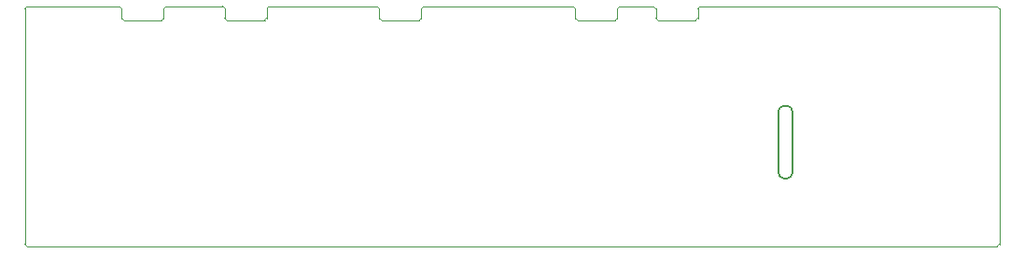
<source format=gko>
%TF.GenerationSoftware,KiCad,Pcbnew,7.0.7*%
%TF.CreationDate,2023-09-30T12:20:31-04:00*%
%TF.ProjectId,bt-md-remote,62742d6d-642d-4726-956d-6f74652e6b69,rev?*%
%TF.SameCoordinates,Original*%
%TF.FileFunction,Profile,NP*%
%FSLAX46Y46*%
G04 Gerber Fmt 4.6, Leading zero omitted, Abs format (unit mm)*
G04 Created by KiCad (PCBNEW 7.0.7) date 2023-09-30 12:20:31*
%MOMM*%
%LPD*%
G01*
G04 APERTURE LIST*
%TA.AperFunction,Profile*%
%ADD10C,0.100000*%
%TD*%
%TA.AperFunction,Profile*%
%ADD11C,0.200000*%
%TD*%
G04 APERTURE END LIST*
D10*
X162125000Y-109220000D02*
G75*
G03*
X161925000Y-109420000I0J-200000D01*
G01*
X108404000Y-131064000D02*
X196396000Y-131064000D01*
X158115000Y-110290000D02*
G75*
G03*
X158315000Y-110490000I200000J0D01*
G01*
X116967000Y-110290000D02*
X116967000Y-109420000D01*
X196596000Y-109420000D02*
G75*
G03*
X196396000Y-109220000I-200000J0D01*
G01*
X143945000Y-110490000D02*
G75*
G03*
X144145000Y-110290000I0J200000D01*
G01*
X120577000Y-110490000D02*
X117167000Y-110490000D01*
X165230200Y-109220000D02*
X162125000Y-109220000D01*
D11*
X177817736Y-118770612D02*
X177817736Y-124374612D01*
X177047736Y-118270612D02*
X177317736Y-118270612D01*
D10*
X126339600Y-110290000D02*
X126339600Y-109420000D01*
X169040200Y-110490000D02*
G75*
G03*
X169240200Y-110290000I0J200000D01*
G01*
X130149600Y-109420000D02*
X130149600Y-110290000D01*
X165430200Y-110290000D02*
X165430200Y-109420000D01*
X161725000Y-110490000D02*
G75*
G03*
X161925000Y-110290000I0J200000D01*
G01*
X196396000Y-131064000D02*
G75*
G03*
X196596000Y-130864000I0J200000D01*
G01*
X126139600Y-109220000D02*
X120977000Y-109220000D01*
X161925000Y-109420000D02*
X161925000Y-110290000D01*
X157915000Y-109220000D02*
X144345000Y-109220000D01*
D11*
X177317736Y-124874612D02*
X177047736Y-124874612D01*
D10*
X165430200Y-109420000D02*
G75*
G03*
X165230200Y-109220000I-200000J0D01*
G01*
X169440200Y-109220000D02*
G75*
G03*
X169240200Y-109420000I0J-200000D01*
G01*
D11*
X177317736Y-124874636D02*
G75*
G03*
X177817736Y-124374612I-36J500036D01*
G01*
D10*
X158115000Y-109420000D02*
G75*
G03*
X157915000Y-109220000I-200000J0D01*
G01*
X144145000Y-109420000D02*
X144145000Y-110290000D01*
X144345000Y-109220000D02*
G75*
G03*
X144145000Y-109420000I0J-200000D01*
G01*
X196596000Y-130864000D02*
X196596000Y-109420000D01*
X120977000Y-109220000D02*
G75*
G03*
X120777000Y-109420000I0J-200000D01*
G01*
X169240200Y-109420000D02*
X169240200Y-110290000D01*
X140335000Y-110290000D02*
G75*
G03*
X140535000Y-110490000I200000J0D01*
G01*
X108204000Y-109420000D02*
X108204000Y-130864000D01*
X143945000Y-110490000D02*
X140535000Y-110490000D01*
X140135000Y-109220000D02*
X130349600Y-109220000D01*
X116767000Y-109220000D02*
X108404000Y-109220000D01*
D11*
X177047736Y-118270636D02*
G75*
G03*
X176547736Y-118770612I-36J-499964D01*
G01*
D10*
X116967000Y-110290000D02*
G75*
G03*
X117167000Y-110490000I200000J0D01*
G01*
D11*
X176547736Y-124374612D02*
X176547736Y-118770612D01*
D10*
X140335000Y-109420000D02*
G75*
G03*
X140135000Y-109220000I-200000J0D01*
G01*
X108404000Y-109220000D02*
G75*
G03*
X108204000Y-109420000I0J-200000D01*
G01*
X130349600Y-109220000D02*
G75*
G03*
X130149600Y-109420000I0J-200000D01*
G01*
X158115000Y-110290000D02*
X158115000Y-109420000D01*
X126339600Y-109420000D02*
G75*
G03*
X126139600Y-109220000I-200000J0D01*
G01*
X169040200Y-110490000D02*
X165630200Y-110490000D01*
D11*
X177817788Y-118770612D02*
G75*
G03*
X177317736Y-118270612I-500088J-88D01*
G01*
D10*
X120577000Y-110490000D02*
G75*
G03*
X120777000Y-110290000I0J200000D01*
G01*
X196396000Y-109220000D02*
X169440200Y-109220000D01*
X116967000Y-109420000D02*
G75*
G03*
X116767000Y-109220000I-200000J0D01*
G01*
X126339600Y-110290000D02*
G75*
G03*
X126539600Y-110490000I200000J0D01*
G01*
X120777000Y-109420000D02*
X120777000Y-110290000D01*
D11*
X176547688Y-124374612D02*
G75*
G03*
X177047736Y-124874612I500012J12D01*
G01*
D10*
X129949600Y-110490000D02*
X126539600Y-110490000D01*
X140335000Y-110290000D02*
X140335000Y-109420000D01*
X161725000Y-110490000D02*
X158315000Y-110490000D01*
X165430200Y-110290000D02*
G75*
G03*
X165630200Y-110490000I200000J0D01*
G01*
X108204000Y-130864000D02*
G75*
G03*
X108404000Y-131064000I200000J0D01*
G01*
X129949600Y-110490000D02*
G75*
G03*
X130149600Y-110290000I0J200000D01*
G01*
M02*

</source>
